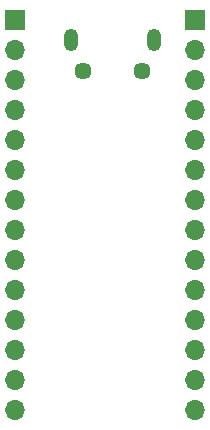
<source format=gbr>
%TF.GenerationSoftware,KiCad,Pcbnew,(5.1.8-0-10_14)*%
%TF.CreationDate,2021-01-29T20:55:06-06:00*%
%TF.ProjectId,serafino l432kc,73657261-6669-46e6-9f20-6c3433326b63,rev?*%
%TF.SameCoordinates,Original*%
%TF.FileFunction,Soldermask,Bot*%
%TF.FilePolarity,Negative*%
%FSLAX46Y46*%
G04 Gerber Fmt 4.6, Leading zero omitted, Abs format (unit mm)*
G04 Created by KiCad (PCBNEW (5.1.8-0-10_14)) date 2021-01-29 20:55:06*
%MOMM*%
%LPD*%
G01*
G04 APERTURE LIST*
%ADD10O,1.700000X1.700000*%
%ADD11R,1.700000X1.700000*%
%ADD12C,1.450000*%
%ADD13O,1.200000X1.900000*%
G04 APERTURE END LIST*
D10*
%TO.C,J3*%
X203962000Y-125349000D03*
X203962000Y-122809000D03*
X203962000Y-120269000D03*
X203962000Y-117729000D03*
X203962000Y-115189000D03*
X203962000Y-112649000D03*
X203962000Y-110109000D03*
X203962000Y-107569000D03*
X203962000Y-105029000D03*
X203962000Y-102489000D03*
X203962000Y-99949000D03*
X203962000Y-97409000D03*
X203962000Y-94869000D03*
D11*
X203962000Y-92329000D03*
%TD*%
%TO.C,J2*%
X188722000Y-92329000D03*
D10*
X188722000Y-94869000D03*
X188722000Y-97409000D03*
X188722000Y-99949000D03*
X188722000Y-102489000D03*
X188722000Y-105029000D03*
X188722000Y-107569000D03*
X188722000Y-110109000D03*
X188722000Y-112649000D03*
X188722000Y-115189000D03*
X188722000Y-117729000D03*
X188722000Y-120269000D03*
X188722000Y-122809000D03*
X188722000Y-125349000D03*
%TD*%
D12*
%TO.C,J1*%
X199477000Y-96712500D03*
X194477000Y-96712500D03*
D13*
X200477000Y-94012500D03*
X193477000Y-94012500D03*
%TD*%
M02*

</source>
